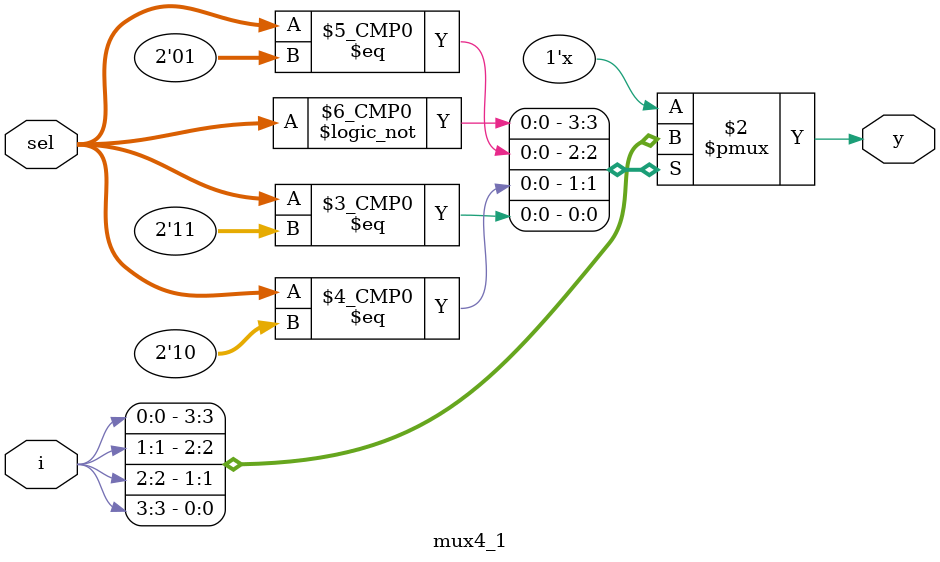
<source format=v>
module mux4_1(
  input  [3:0] i,
  input  [1:0] sel,
  output reg   y
);

  always @(*) begin
    case (sel)
      2'b00: y = i[0];
      2'b01: y = i[1];
      2'b10: y = i[2];
      2'b11: y = i[3];
      default: y = 1'b0;   // avoids latch
    endcase
  end

endmodule

</source>
